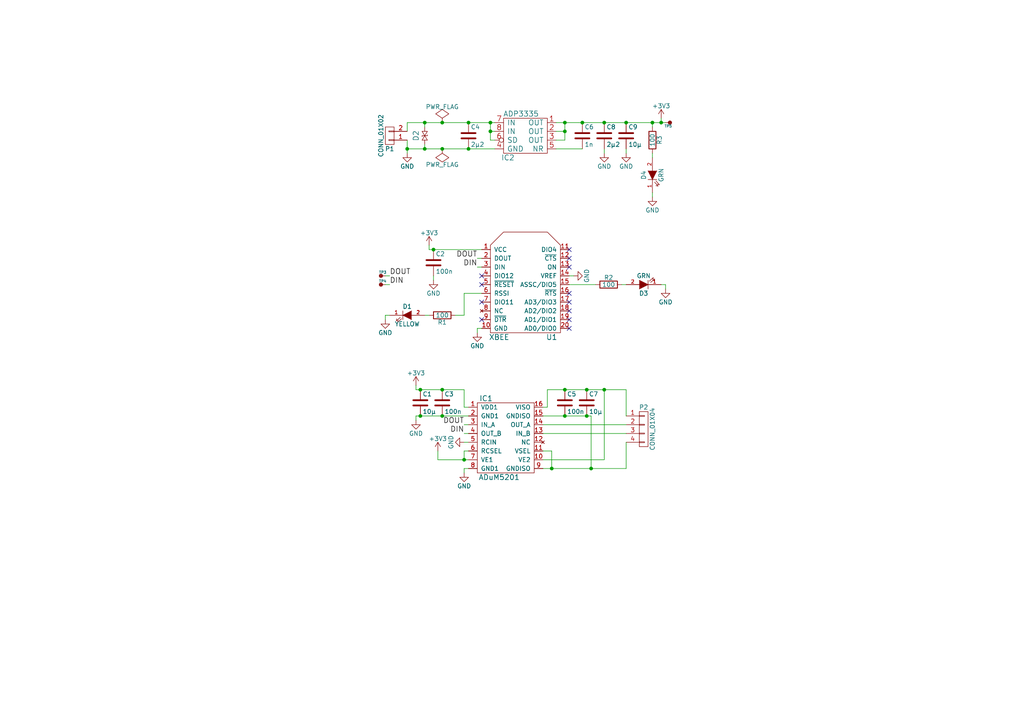
<source format=kicad_sch>
(kicad_sch (version 20230121) (generator eeschema)
  (paper "A4")
  (title_block (title "Martlet 2 Radio Link") (date "Sun 28 Jun 2015") (rev "1") (company "CU Spaceflight") (comment 1 "Drawn By: Adam Greig"))
  (lib_symbols
    (symbol "adp3335:ADP3335" (pin_names (offset 1.016))
      (property "Reference" "IC" (at -5.08 -7.62 0))
      (property "Value" "ADP3335" (at -1.27 5.08 0))
      (symbol "ADP3335_0_1"
        (rectangle (start -6.35 3.81) (end 6.35 -6.35))
      )
      (symbol "ADP3335_1_1"
        (pin power_out line (at 8.89 2.54 180) (length 2.54) (name "OUT") (number "1"))
        (pin passive line (at 8.89 0 180) (length 2.54) (name "OUT") (number "2"))
        (pin passive line (at 8.89 -2.54 180) (length 2.54) (name "OUT") (number "3"))
        (pin power_in line (at -8.89 -5.08 0) (length 2.54) (name "GND") (number "4"))
        (pin power_out line (at 8.89 -5.08 180) (length 2.54) (name "NR") (number "5"))
        (pin input inverted (at -8.89 -2.54 0) (length 2.54) (name "SD") (number "6"))
        (pin power_in line (at -8.89 2.54 0) (length 2.54) (name "IN") (number "7"))
        (pin power_in line (at -8.89 0 0) (length 2.54) (name "IN") (number "8"))
      )
    )
    (symbol "adum5201:ADuM5201" (pin_names (offset 1.016))
      (property "Reference" "IC" (at -5.08 10.16 0))
      (property "Value" "ADuM5201" (at -1.27 -12.7 0))
      (symbol "ADuM5201_0_1"
        (rectangle (start -7.62 8.89) (end 8.89 -11.43))
      )
      (symbol "ADuM5201_1_1"
        (pin power_in line (at -10.16 7.62 0) (length 2.54) (name "VDD1") (number "1"))
        (pin input line (at 11.43 -7.62 180) (length 2.54) (name "VE2") (number "10"))
        (pin input line (at 11.43 -5.08 180) (length 2.54) (name "VSEL") (number "11"))
        (pin no_connect line (at 11.43 -2.54 180) (length 2.54) (name "NC") (number "12"))
        (pin input line (at 11.43 0 180) (length 2.54) (name "IN_B") (number "13"))
        (pin output line (at 11.43 2.54 180) (length 2.54) (name "OUT_A") (number "14"))
        (pin power_out line (at 11.43 5.08 180) (length 2.54) (name "GNDISO") (number "15"))
        (pin power_out line (at 11.43 7.62 180) (length 2.54) (name "VISO") (number "16"))
        (pin power_in line (at -10.16 5.08 0) (length 2.54) (name "GND1") (number "2"))
        (pin input line (at -10.16 2.54 0) (length 2.54) (name "IN_A") (number "3"))
        (pin output line (at -10.16 0 0) (length 2.54) (name "OUT_B") (number "4"))
        (pin input line (at -10.16 -2.54 0) (length 2.54) (name "RCIN") (number "5"))
        (pin input line (at -10.16 -5.08 0) (length 2.54) (name "RCSEL") (number "6"))
        (pin input line (at -10.16 -7.62 0) (length 2.54) (name "VE1") (number "7"))
        (pin power_in line (at -10.16 -10.16 0) (length 2.54) (name "GND1") (number "8"))
        (pin passive line (at 11.43 -10.16 180) (length 2.54) (name "GNDISO") (number "9"))
      )
    )
    (symbol "cga0402mlc-12g:CGA0402MLC-12G" (pin_numbers hide) (pin_names (offset 0) hide)
      (property "Reference" "D" (at 2.54 -2.54 0))
      (symbol "CGA0402MLC-12G_0_1"
        (polyline (pts (xy 1.27 -0.762) (xy 2.54 0)))
        (polyline (pts (xy 1.27 0.762) (xy 1.27 -0.762)))
        (polyline (pts (xy 1.27 0.762) (xy 2.54 0)))
        (polyline (pts (xy 2.54 -0.762) (xy 2.794 -0.762)))
        (polyline (pts (xy 2.54 0.762) (xy 2.286 0.762)))
        (polyline (pts (xy 2.54 0.762) (xy 2.54 -0.762)))
        (polyline (pts (xy 3.81 -0.762) (xy 2.54 0)))
        (polyline (pts (xy 3.81 0.762) (xy 2.54 0)))
        (polyline (pts (xy 3.81 0.762) (xy 3.81 -0.762)))
      )
      (symbol "CGA0402MLC-12G_1_1"
        (pin passive line (at 0 0 0) (length 1.27) (name "1") (number "1"))
        (pin passive line (at 5.08 0 180) (length 1.27) (name "2") (number "2"))
      )
    )
    (symbol "m2rl-rescue:+3.3V" (power) (pin_names (offset 0))
      (property "Value" "+3.3V" (at 0 3.556 0))
      (symbol "+3.3V_0_1"
        (polyline (pts (xy -0.762 1.27) (xy 0 2.54)))
        (polyline (pts (xy 0 0) (xy 0 2.54)))
        (polyline (pts (xy 0 2.54) (xy 0.762 1.27)))
      )
      (symbol "+3.3V_1_1"
        (pin power_in line (at 0 0 90) (length 0) hide (name "+3V3") (number "1"))
      )
    )
    (symbol "m2rl-rescue:C" (pin_numbers hide) (pin_names (offset 0.254))
      (property "Reference" "C" (at 0.635 2.54 0))
      (property "Value" "C" (at 0.635 -2.54 0))
      (symbol "C_0_1"
        (polyline (pts (xy -2.032 -0.762) (xy 2.032 -0.762)) (stroke (width 0.508)))
        (polyline (pts (xy -2.032 0.762) (xy 2.032 0.762)) (stroke (width 0.508)))
      )
      (symbol "C_1_1"
        (pin passive line (at 0 3.81 270) (length 2.794) (name "~") (number "1"))
        (pin passive line (at 0 -3.81 90) (length 2.794) (name "~") (number "2"))
      )
    )
    (symbol "m2rl-rescue:CONN_01X02" (pin_names (offset 1.016) hide)
      (property "Reference" "P" (at 0 3.81 0))
      (property "Value" "CONN_01X02" (at 2.54 0 90))
      (symbol "CONN_01X02_0_1"
        (rectangle (start -1.27 -1.143) (end 0.254 -1.397))
        (rectangle (start -1.27 1.397) (end 0.254 1.143))
        (rectangle (start -1.27 2.54) (end 1.27 -2.54))
      )
      (symbol "CONN_01X02_1_1"
        (pin passive line (at -5.08 1.27 0) (length 3.81) (name "P1") (number "1"))
        (pin passive line (at -5.08 -1.27 0) (length 3.81) (name "P2") (number "2"))
      )
    )
    (symbol "m2rl-rescue:CONN_01X04" (pin_names (offset 1.016) hide)
      (property "Reference" "P" (at 0 6.35 0))
      (property "Value" "CONN_01X04" (at 2.54 0 90))
      (symbol "CONN_01X04_0_1"
        (rectangle (start -1.27 -3.683) (end 0.254 -3.937))
        (rectangle (start -1.27 -1.143) (end 0.254 -1.397))
        (rectangle (start -1.27 1.397) (end 0.254 1.143))
        (rectangle (start -1.27 3.937) (end 0.254 3.683))
        (rectangle (start -1.27 5.08) (end 1.27 -5.08))
      )
      (symbol "CONN_01X04_1_1"
        (pin passive line (at -5.08 3.81 0) (length 3.81) (name "P1") (number "1"))
        (pin passive line (at -5.08 1.27 0) (length 3.81) (name "P2") (number "2"))
        (pin passive line (at -5.08 -1.27 0) (length 3.81) (name "P3") (number "3"))
        (pin passive line (at -5.08 -3.81 0) (length 3.81) (name "P4") (number "4"))
      )
    )
    (symbol "m2rl-rescue:GND" (power) (pin_names (offset 0))
      (property "Value" "GND" (at 0 -3.81 0))
      (symbol "GND_0_1"
        (polyline (pts (xy 0 0) (xy 0 -1.27) (xy 1.27 -1.27) (xy 0 -2.54) (xy -1.27 -1.27) (xy 0 -1.27)))
      )
      (symbol "GND_1_1"
        (pin power_in line (at 0 0 270) (length 0) hide (name "GND") (number "1"))
      )
    )
    (symbol "m2rl-rescue:LED" (pin_names (offset 1.016) hide)
      (property "Reference" "D" (at 0 2.54 0))
      (property "Value" "LED" (at 0 -2.54 0))
      (symbol "LED_0_1"
        (polyline (pts (xy -1.27 1.27) (xy -1.27 -1.27)))
        (polyline (pts (xy -2.032 -0.635) (xy -3.175 -1.651) (xy -3.048 -1.016)))
        (polyline (pts (xy -1.651 -1.016) (xy -2.794 -2.032) (xy -2.667 -1.397)))
        (polyline (pts (xy 1.27 1.27) (xy -1.27 0) (xy 1.27 -1.27)) (fill (type outline)))
      )
      (symbol "LED_1_1"
        (pin passive line (at -5.08 0 0) (length 3.81) (name "K") (number "1"))
        (pin passive line (at 5.08 0 180) (length 3.81) (name "A") (number "2"))
      )
    )
    (symbol "m2rl-rescue:PWR_FLAG" (power) (pin_numbers hide) (pin_names (offset 0) hide)
      (property "Value" "PWR_FLAG" (at 0 4.572 0))
      (symbol "PWR_FLAG_0_0"
        (pin power_out line (at 0 0 90) (length 0) (name "pwr") (number "1"))
      )
      (symbol "PWR_FLAG_0_1"
        (polyline (pts (xy 0 0) (xy 0 1.27) (xy -1.905 2.54) (xy 0 3.81) (xy 1.905 2.54) (xy 0 1.27)))
      )
    )
    (symbol "m2rl-rescue:R" (pin_numbers hide) (pin_names (offset 0))
      (property "Reference" "R" (at 2.032 0 90))
      (property "Value" "R" (at 0 0 90))
      (symbol "R_0_1"
        (rectangle (start -1.016 -2.54) (end 1.016 2.54) (stroke (width 0.254)))
      )
      (symbol "R_1_1"
        (pin passive line (at 0 3.81 270) (length 1.27) (name "~") (number "1"))
        (pin passive line (at 0 -3.81 90) (length 1.27) (name "~") (number "2"))
      )
    )
    (symbol "testpad:TESTPAD" (pin_numbers hide) (pin_names (offset 1.016) hide)
      (property "Reference" "TP" (at 0.762 -1.016 0))
      (symbol "TESTPAD_0_1"
        (circle (center 1.27 0) (radius 0.127))
        (circle (center 1.27 0) (radius 0.254))
        (circle (center 1.27 0) (radius 0.381))
        (circle (center 1.27 0) (radius 0.508))
      )
      (symbol "TESTPAD_1_1"
        (pin input line (at 0 0 0) (length 1.27) (name "TP") (number "1"))
      )
    )
    (symbol "xbee:XBEE" (pin_names (offset 1.016))
      (property "Reference" "U" (at 20.32 -25.4 0))
      (property "Value" "XBEE" (at 5.08 -25.4 0))
      (symbol "XBEE_0_1"
        (polyline (pts (xy 2.54 -24.13) (xy 22.86 -24.13) (xy 22.86 1.27) (xy 19.05 5.08) (xy 6.35 5.08) (xy 2.54 1.27) (xy 2.54 -24.13)))
      )
      (symbol "XBEE_1_1"
        (pin power_in line (at 0 0 0) (length 2.54) (name "VCC") (number "1"))
        (pin power_in line (at 0 -22.86 0) (length 2.54) (name "GND") (number "10"))
        (pin bidirectional line (at 25.4 0 180) (length 2.54) (name "DIO4") (number "11"))
        (pin output line (at 25.4 -2.54 180) (length 2.54) (name "~{CTS}") (number "12"))
        (pin output line (at 25.4 -5.08 180) (length 2.54) (name "ON") (number "13"))
        (pin input line (at 25.4 -7.62 180) (length 2.54) (name "VREF") (number "14"))
        (pin output line (at 25.4 -10.16 180) (length 2.54) (name "ASSC/DIO5") (number "15"))
        (pin input line (at 25.4 -12.7 180) (length 2.54) (name "~{RTS}") (number "16"))
        (pin bidirectional line (at 25.4 -15.24 180) (length 2.54) (name "AD3/DIO3") (number "17"))
        (pin bidirectional line (at 25.4 -17.78 180) (length 2.54) (name "AD2/DIO2") (number "18"))
        (pin bidirectional line (at 25.4 -20.32 180) (length 2.54) (name "AD1/DIO1") (number "19"))
        (pin output line (at 0 -2.54 0) (length 2.54) (name "DOUT") (number "2"))
        (pin bidirectional line (at 25.4 -22.86 180) (length 2.54) (name "AD0/DIO0") (number "20"))
        (pin input line (at 0 -5.08 0) (length 2.54) (name "DIN") (number "3"))
        (pin bidirectional line (at 0 -7.62 0) (length 2.54) (name "DIO12") (number "4"))
        (pin input line (at 0 -10.16 0) (length 2.54) (name "~{RESET}") (number "5"))
        (pin output line (at 0 -12.7 0) (length 2.54) (name "RSSI") (number "6"))
        (pin bidirectional line (at 0 -15.24 0) (length 2.54) (name "DIO11") (number "7"))
        (pin no_connect line (at 0 -17.78 0) (length 2.54) (name "NC") (number "8"))
        (pin input line (at 0 -20.32 0) (length 2.54) (name "~{DTR}") (number "9"))
      )
    )
  )
  (junction (at 135.89 35.56))
  (junction (at 128.27 120.65))
  (junction (at 123.19 35.56))
  (junction (at 118.11 43.18))
  (junction (at 170.18 113.03))
  (junction (at 168.91 35.56))
  (junction (at 128.27 113.03))
  (junction (at 171.45 135.89))
  (junction (at 125.73 72.39))
  (junction (at 181.61 35.56))
  (junction (at 123.19 43.18))
  (junction (at 121.92 113.03))
  (junction (at 163.83 113.03))
  (junction (at 121.92 120.65))
  (junction (at 175.26 35.56))
  (junction (at 163.83 38.1))
  (junction (at 134.62 133.35))
  (junction (at 128.27 35.56))
  (junction (at 135.89 43.18))
  (junction (at 189.23 35.56))
  (junction (at 175.26 113.03))
  (junction (at 142.24 38.1))
  (junction (at 191.77 35.56))
  (junction (at 142.24 35.56))
  (junction (at 160.02 135.89))
  (junction (at 163.83 120.65))
  (junction (at 128.27 43.18))
  (junction (at 163.83 35.56))
  (junction (at 170.18 120.65))
  (no_connect (at 165.1 87.63))
  (no_connect (at 139.7 92.71))
  (no_connect (at 139.7 80.01))
  (no_connect (at 139.7 87.63))
  (no_connect (at 165.1 85.09))
  (no_connect (at 165.1 90.17))
  (no_connect (at 165.1 72.39))
  (no_connect (at 165.1 95.25))
  (no_connect (at 165.1 77.47))
  (no_connect (at 165.1 74.93))
  (no_connect (at 139.7 82.55))
  (no_connect (at 165.1 92.71))
  (wire (pts (xy 165.1 80.01) (xy 166.37 80.01)))
  (wire (pts (xy 161.29 35.56) (xy 163.83 35.56)))
  (wire (pts (xy 128.27 120.65) (xy 135.89 120.65)))
  (wire (pts (xy 157.48 120.65) (xy 163.83 120.65)))
  (wire (pts (xy 163.83 40.64) (xy 163.83 38.1)))
  (wire (pts (xy 175.26 43.18) (xy 175.26 44.45)))
  (wire (pts (xy 120.65 113.03) (xy 121.92 113.03)))
  (wire (pts (xy 171.45 135.89) (xy 181.61 135.89)))
  (wire (pts (xy 118.11 35.56) (xy 123.19 35.56)))
  (wire (pts (xy 124.46 91.44) (xy 123.19 91.44)))
  (wire (pts (xy 191.77 35.56) (xy 191.77 34.29)))
  (wire (pts (xy 157.48 123.19) (xy 181.61 123.19)))
  (wire (pts (xy 118.11 40.64) (xy 118.11 43.18)))
  (wire (pts (xy 168.91 35.56) (xy 175.26 35.56)))
  (wire (pts (xy 135.89 123.19) (xy 134.62 123.19)))
  (wire (pts (xy 161.29 40.64) (xy 163.83 40.64)))
  (wire (pts (xy 123.19 41.91) (xy 123.19 43.18)))
  (wire (pts (xy 121.92 120.65) (xy 128.27 120.65)))
  (wire (pts (xy 139.7 95.25) (xy 138.43 95.25)))
  (wire (pts (xy 111.76 91.44) (xy 111.76 92.71)))
  (wire (pts (xy 120.65 120.65) (xy 121.92 120.65)))
  (wire (pts (xy 160.02 130.81) (xy 160.02 135.89)))
  (wire (pts (xy 157.48 133.35) (xy 175.26 133.35)))
  (wire (pts (xy 135.89 130.81) (xy 134.62 130.81)))
  (wire (pts (xy 135.89 133.35) (xy 134.62 133.35)))
  (wire (pts (xy 163.83 38.1) (xy 163.83 35.56)))
  (wire (pts (xy 135.89 43.18) (xy 143.51 43.18)))
  (wire (pts (xy 118.11 35.56) (xy 118.11 38.1)))
  (wire (pts (xy 134.62 85.09) (xy 134.62 91.44)))
  (wire (pts (xy 124.46 71.12) (xy 124.46 72.39)))
  (wire (pts (xy 163.83 113.03) (xy 170.18 113.03)))
  (wire (pts (xy 134.62 135.89) (xy 134.62 137.16)))
  (wire (pts (xy 193.04 82.55) (xy 193.04 83.82)))
  (wire (pts (xy 161.29 43.18) (xy 168.91 43.18)))
  (wire (pts (xy 163.83 35.56) (xy 168.91 35.56)))
  (wire (pts (xy 139.7 85.09) (xy 134.62 85.09)))
  (wire (pts (xy 142.24 35.56) (xy 143.51 35.56)))
  (wire (pts (xy 158.75 118.11) (xy 158.75 113.03)))
  (wire (pts (xy 189.23 55.88) (xy 189.23 57.15)))
  (wire (pts (xy 138.43 95.25) (xy 138.43 96.52)))
  (wire (pts (xy 124.46 72.39) (xy 125.73 72.39)))
  (wire (pts (xy 163.83 120.65) (xy 170.18 120.65)))
  (wire (pts (xy 160.02 135.89) (xy 171.45 135.89)))
  (wire (pts (xy 120.65 120.65) (xy 120.65 121.92)))
  (wire (pts (xy 175.26 113.03) (xy 181.61 113.03)))
  (wire (pts (xy 139.7 77.47) (xy 138.43 77.47)))
  (wire (pts (xy 161.29 38.1) (xy 163.83 38.1)))
  (wire (pts (xy 158.75 113.03) (xy 163.83 113.03)))
  (wire (pts (xy 127 133.35) (xy 127 130.81)))
  (wire (pts (xy 142.24 40.64) (xy 143.51 40.64)))
  (wire (pts (xy 123.19 43.18) (xy 128.27 43.18)))
  (wire (pts (xy 157.48 135.89) (xy 160.02 135.89)))
  (wire (pts (xy 121.92 113.03) (xy 128.27 113.03)))
  (wire (pts (xy 139.7 74.93) (xy 138.43 74.93)))
  (wire (pts (xy 181.61 135.89) (xy 181.61 128.27)))
  (wire (pts (xy 118.11 43.18) (xy 123.19 43.18)))
  (wire (pts (xy 165.1 82.55) (xy 172.72 82.55)))
  (wire (pts (xy 181.61 43.18) (xy 181.61 44.45)))
  (wire (pts (xy 134.62 91.44) (xy 132.08 91.44)))
  (wire (pts (xy 157.48 130.81) (xy 160.02 130.81)))
  (wire (pts (xy 128.27 113.03) (xy 134.62 113.03)))
  (wire (pts (xy 134.62 118.11) (xy 135.89 118.11)))
  (wire (pts (xy 113.03 80.01) (xy 111.76 80.01)))
  (wire (pts (xy 157.48 125.73) (xy 181.61 125.73)))
  (wire (pts (xy 181.61 35.56) (xy 189.23 35.56)))
  (wire (pts (xy 134.62 133.35) (xy 127 133.35)))
  (wire (pts (xy 170.18 120.65) (xy 171.45 120.65)))
  (wire (pts (xy 113.03 91.44) (xy 111.76 91.44)))
  (wire (pts (xy 135.89 35.56) (xy 142.24 35.56)))
  (wire (pts (xy 191.77 82.55) (xy 193.04 82.55)))
  (wire (pts (xy 134.62 130.81) (xy 134.62 133.35)))
  (wire (pts (xy 189.23 35.56) (xy 191.77 35.56)))
  (wire (pts (xy 135.89 135.89) (xy 134.62 135.89)))
  (wire (pts (xy 123.19 35.56) (xy 128.27 35.56)))
  (wire (pts (xy 171.45 120.65) (xy 171.45 135.89)))
  (wire (pts (xy 125.73 72.39) (xy 139.7 72.39)))
  (wire (pts (xy 189.23 35.56) (xy 189.23 36.83)))
  (wire (pts (xy 175.26 133.35) (xy 175.26 113.03)))
  (wire (pts (xy 123.19 36.83) (xy 123.19 35.56)))
  (wire (pts (xy 142.24 35.56) (xy 142.24 38.1)))
  (wire (pts (xy 125.73 80.01) (xy 125.73 81.28)))
  (wire (pts (xy 111.76 82.55) (xy 113.03 82.55)))
  (wire (pts (xy 170.18 113.03) (xy 175.26 113.03)))
  (wire (pts (xy 175.26 35.56) (xy 181.61 35.56)))
  (wire (pts (xy 120.65 111.76) (xy 120.65 113.03)))
  (wire (pts (xy 181.61 113.03) (xy 181.61 120.65)))
  (wire (pts (xy 142.24 38.1) (xy 142.24 40.64)))
  (wire (pts (xy 128.27 35.56) (xy 135.89 35.56)))
  (wire (pts (xy 189.23 44.45) (xy 189.23 45.72)))
  (wire (pts (xy 128.27 43.18) (xy 135.89 43.18)))
  (wire (pts (xy 135.89 125.73) (xy 134.62 125.73)))
  (wire (pts (xy 157.48 118.11) (xy 158.75 118.11)))
  (wire (pts (xy 134.62 113.03) (xy 134.62 118.11)))
  (wire (pts (xy 118.11 43.18) (xy 118.11 44.45)))
  (wire (pts (xy 191.77 35.56) (xy 193.04 35.56)))
  (wire (pts (xy 180.34 82.55) (xy 181.61 82.55)))
  (wire (pts (xy 134.62 128.27) (xy 135.89 128.27)))
  (wire (pts (xy 143.51 38.1) (xy 142.24 38.1)))
  (label "DIN" (at 134.62 125.73 180) (effects (font (size 1.524 1.524))))
  (label "DOUT" (at 134.62 123.19 180) (effects (font (size 1.524 1.524))))
  (label "DIN" (at 113.03 82.55 0) (effects (font (size 1.524 1.524))))
  (label "DOUT" (at 138.43 74.93 180) (effects (font (size 1.524 1.524))))
  (label "DOUT" (at 113.03 80.01 0) (effects (font (size 1.524 1.524))))
  (label "DIN" (at 138.43 77.47 180) (effects (font (size 1.524 1.524))))
  (symbol (lib_id "xbee:XBEE") (at 139.7 72.39 0) (unit 1)
    (property "Reference" "U1" (at 160.02 97.79 0) (effects (font (size 1.524 1.524))))
    (property "Value" "XBEE" (at 144.78 97.79 0) (effects (font (size 1.524 1.524))))
    (property "Footprint" "m2rl:XBEE" (effects hide))
    (property "Farnell" "1109732" (effects hide))
  )
  (symbol (lib_id "m2rl-rescue:CONN_01X04") (at 186.69 124.46 0) (unit 1)
    (property "Reference" "P2" (at 186.69 118.11 0))
    (property "Value" "CONN_01X04" (at 189.23 124.46 90))
    (property "Footprint" "m2rl:S04B-PASK-2" (effects hide))
    (property "Farnell" "1830749" (effects hide))
  )
  (symbol (lib_id "m2rl-rescue:CONN_01X02") (at 113.03 39.37 180) (unit 1)
    (property "Reference" "P1" (at 113.03 43.18 0))
    (property "Value" "CONN_01X02" (at 110.49 39.37 90))
    (property "Footprint" "m2rl:S02B-PASK-2" (effects hide))
    (property "Farnell" "1830747" (effects hide))
  )
  (symbol (lib_id "adum5201:ADuM5201") (at 146.05 125.73 0) (unit 1)
    (property "Reference" "IC1" (at 140.97 115.57 0) (effects (font (size 1.524 1.524))))
    (property "Value" "ADuM5201" (at 144.78 138.43 0) (effects (font (size 1.524 1.524))))
    (property "Footprint" "m2rl:SOIC16W" (effects hide))
    (property "Farnell" "2067773" (effects hide))
  )
  (symbol (lib_id "m2rl-rescue:LED") (at 189.23 50.8 90) (unit 1)
    (property "Reference" "D4" (at 186.69 50.8 0))
    (property "Value" "GRN" (at 191.77 50.8 0))
    (property "Footprint" "m2rl:LED0603" (effects hide))
    (property "Farnell" "2290328" (effects hide))
  )
  (symbol (lib_id "adp3335:ADP3335") (at 152.4 38.1 0) (unit 1)
    (property "Reference" "IC2" (at 147.32 45.72 0) (effects (font (size 1.524 1.524))))
    (property "Value" "ADP3335" (at 151.13 33.02 0) (effects (font (size 1.524 1.524))))
    (property "Footprint" "m2rl:MSOP8" (effects hide))
    (property "Farnell" "2067775" (effects hide))
  )
  (symbol (lib_id "m2rl-rescue:C") (at 135.89 39.37 0) (unit 1)
    (property "Reference" "C4" (at 136.525 36.83 0) (effects (justify left)))
    (property "Value" "2µ2" (at 136.525 41.91 0) (effects (justify left)))
    (property "Footprint" "m2rl:C0603" (effects hide))
    (property "Farnell" "2320817" (effects hide))
  )
  (symbol (lib_id "m2rl-rescue:R") (at 189.23 40.64 0) (unit 1)
    (property "Reference" "R3" (at 191.262 40.64 90))
    (property "Value" "100" (at 189.23 40.64 90))
    (property "Footprint" "m2rl:R0603" (effects hide))
    (property "Farnell" "2331989" (effects hide))
  )
  (symbol (lib_id "cga0402mlc-12g:CGA0402MLC-12G") (at 123.19 36.83 270) (unit 1)
    (property "Reference" "D2" (at 120.65 39.37 0) (effects (font (size 1.524 1.524))))
    (property "Value" "CGA0402MLC-12G" (effects hide))
    (property "Footprint" "m2rl:R0402" (effects hide))
    (property "Farnell" "2368169" (effects hide))
  )
  (symbol (lib_id "m2rl-rescue:GND") (at 118.11 44.45 0) (unit 1)
    (property "Reference" "#PWR01" (effects hide))
    (property "Value" "GND" (at 118.11 48.26 0))
  )
  (symbol (lib_id "m2rl-rescue:+3.3V") (at 191.77 34.29 0) (unit 1)
    (property "Reference" "#PWR02" (effects hide))
    (property "Value" "+3.3V" (at 191.77 30.734 0))
  )
  (symbol (lib_id "m2rl-rescue:C") (at 128.27 116.84 0) (unit 1)
    (property "Reference" "C3" (at 128.905 114.3 0) (effects (justify left)))
    (property "Value" "100n" (at 128.905 119.38 0) (effects (justify left)))
    (property "Footprint" "m2rl:C0603" (effects hide))
    (property "Farnell" "1759037" (effects hide))
  )
  (symbol (lib_id "m2rl-rescue:C") (at 121.92 116.84 0) (unit 1)
    (property "Reference" "C1" (at 122.555 114.3 0) (effects (justify left)))
    (property "Value" "10µ" (at 122.555 119.38 0) (effects (justify left)))
    (property "Footprint" "m2rl:C0603" (effects hide))
    (property "Farnell" "2211164" (effects hide))
  )
  (symbol (lib_id "m2rl-rescue:C") (at 163.83 116.84 0) (unit 1)
    (property "Reference" "C5" (at 164.465 114.3 0) (effects (justify left)))
    (property "Value" "100n" (at 164.465 119.38 0) (effects (justify left)))
    (property "Footprint" "m2rl:C0603" (effects hide))
    (property "Farnell" "1759037" (effects hide))
  )
  (symbol (lib_id "m2rl-rescue:C") (at 170.18 116.84 0) (unit 1)
    (property "Reference" "C7" (at 170.815 114.3 0) (effects (justify left)))
    (property "Value" "10µ" (at 170.815 119.38 0) (effects (justify left)))
    (property "Footprint" "m2rl:C0603" (effects hide))
    (property "Farnell" "2211164" (effects hide))
  )
  (symbol (lib_id "m2rl-rescue:C") (at 125.73 76.2 0) (unit 1)
    (property "Reference" "C2" (at 126.365 73.66 0) (effects (justify left)))
    (property "Value" "100n" (at 126.365 78.74 0) (effects (justify left)))
    (property "Footprint" "m2rl:C0603" (effects hide))
    (property "Farnell" "1759037" (effects hide))
  )
  (symbol (lib_id "m2rl-rescue:C") (at 168.91 39.37 0) (unit 1)
    (property "Reference" "C6" (at 169.545 36.83 0) (effects (justify left)))
    (property "Value" "1n" (at 169.545 41.91 0) (effects (justify left)))
    (property "Footprint" "m2rl:C0603" (effects hide))
    (property "Farnell" "1414605" (effects hide))
  )
  (symbol (lib_id "m2rl-rescue:C") (at 175.26 39.37 0) (unit 1)
    (property "Reference" "C8" (at 175.895 36.83 0) (effects (justify left)))
    (property "Value" "2µ2" (at 175.895 41.91 0) (effects (justify left)))
    (property "Footprint" "m2rl:C0603" (effects hide))
    (property "Farnell" "2320817" (effects hide))
  )
  (symbol (lib_id "m2rl-rescue:C") (at 181.61 39.37 0) (unit 1)
    (property "Reference" "C9" (at 182.245 36.83 0) (effects (justify left)))
    (property "Value" "10µ" (at 182.245 41.91 0) (effects (justify left)))
    (property "Footprint" "m2rl:C0603" (effects hide))
    (property "Farnell" "2211164" (effects hide))
  )
  (symbol (lib_id "m2rl-rescue:PWR_FLAG") (at 128.27 35.56 0) (unit 1)
    (property "Reference" "#FLG03" (effects hide))
    (property "Value" "PWR_FLAG" (at 128.27 30.988 0))
  )
  (symbol (lib_id "m2rl-rescue:PWR_FLAG") (at 128.27 43.18 180) (unit 1)
    (property "Reference" "#FLG04" (effects hide))
    (property "Value" "PWR_FLAG" (at 128.27 47.752 0))
  )
  (symbol (lib_id "m2rl-rescue:GND") (at 175.26 44.45 0) (unit 1)
    (property "Reference" "#PWR05" (effects hide))
    (property "Value" "GND" (at 175.26 48.26 0))
  )
  (symbol (lib_id "m2rl-rescue:GND") (at 181.61 44.45 0) (unit 1)
    (property "Reference" "#PWR06" (effects hide))
    (property "Value" "GND" (at 181.61 48.26 0))
  )
  (symbol (lib_id "m2rl-rescue:GND") (at 189.23 57.15 0) (unit 1)
    (property "Reference" "#PWR07" (effects hide))
    (property "Value" "GND" (at 189.23 60.96 0))
  )
  (symbol (lib_id "m2rl-rescue:GND") (at 125.73 81.28 0) (unit 1)
    (property "Reference" "#PWR08" (effects hide))
    (property "Value" "GND" (at 125.73 85.09 0))
  )
  (symbol (lib_id "m2rl-rescue:GND") (at 138.43 96.52 0) (unit 1)
    (property "Reference" "#PWR09" (effects hide))
    (property "Value" "GND" (at 138.43 100.33 0))
  )
  (symbol (lib_id "m2rl-rescue:GND") (at 166.37 80.01 90) (unit 1)
    (property "Reference" "#PWR010" (effects hide))
    (property "Value" "GND" (at 170.18 80.01 0))
  )
  (symbol (lib_id "m2rl-rescue:GND") (at 193.04 83.82 0) (unit 1)
    (property "Reference" "#PWR011" (effects hide))
    (property "Value" "GND" (at 193.04 87.63 0))
  )
  (symbol (lib_id "m2rl-rescue:+3.3V") (at 124.46 71.12 0) (unit 1)
    (property "Reference" "#PWR012" (effects hide))
    (property "Value" "+3.3V" (at 124.46 67.564 0))
  )
  (symbol (lib_id "m2rl-rescue:+3.3V") (at 120.65 111.76 0) (unit 1)
    (property "Reference" "#PWR013" (effects hide))
    (property "Value" "+3.3V" (at 120.65 108.204 0))
  )
  (symbol (lib_id "m2rl-rescue:GND") (at 120.65 121.92 0) (unit 1)
    (property "Reference" "#PWR014" (effects hide))
    (property "Value" "GND" (at 120.65 125.73 0))
  )
  (symbol (lib_id "m2rl-rescue:GND") (at 134.62 128.27 270) (unit 1)
    (property "Reference" "#PWR015" (effects hide))
    (property "Value" "GND" (at 130.81 128.27 0))
  )
  (symbol (lib_id "m2rl-rescue:+3.3V") (at 127 130.81 0) (unit 1)
    (property "Reference" "#PWR016" (effects hide))
    (property "Value" "+3.3V" (at 127 127.254 0))
  )
  (symbol (lib_id "m2rl-rescue:GND") (at 134.62 137.16 0) (unit 1)
    (property "Reference" "#PWR017" (effects hide))
    (property "Value" "GND" (at 134.62 140.97 0))
  )
  (symbol (lib_id "m2rl-rescue:LED") (at 118.11 91.44 0) (unit 1)
    (property "Reference" "D1" (at 118.11 88.9 0))
    (property "Value" "YELLOW" (at 118.11 93.98 0))
    (property "Footprint" "m2rl:LED0603" (effects hide))
    (property "Farnell" "2290330" (effects hide))
  )
  (symbol (lib_id "m2rl-rescue:GND") (at 111.76 92.71 0) (unit 1)
    (property "Reference" "#PWR018" (effects hide))
    (property "Value" "GND" (at 111.76 96.52 0))
  )
  (symbol (lib_id "m2rl-rescue:LED") (at 186.69 82.55 180) (unit 1)
    (property "Reference" "D3" (at 186.69 85.09 0))
    (property "Value" "GRN" (at 186.69 80.01 0))
    (property "Footprint" "m2rl:LED0603" (effects hide))
    (property "Farnell" "2290328" (effects hide))
  )
  (symbol (lib_id "m2rl-rescue:R") (at 176.53 82.55 90) (unit 1)
    (property "Reference" "R2" (at 176.53 80.518 90))
    (property "Value" "100" (at 176.53 82.55 90))
    (property "Footprint" "m2rl:R0603" (effects hide))
    (property "Farnell" "2331989" (effects hide))
  )
  (symbol (lib_id "m2rl-rescue:R") (at 128.27 91.44 270) (unit 1)
    (property "Reference" "R1" (at 128.27 93.472 90))
    (property "Value" "100" (at 128.27 91.44 90))
    (property "Footprint" "m2rl:R0603" (effects hide))
    (property "Farnell" "2331989" (effects hide))
  )
  (symbol (lib_id "testpad:TESTPAD") (at 193.04 35.56 0) (unit 1)
    (property "Reference" "TP5" (at 193.802 36.576 0) (effects (font (size 0.762 0.762))))
    (property "Value" "TESTPAD" (effects hide))
    (property "Footprint" "m2rl:TESTPAD" (effects hide))
  )
  (symbol (lib_id "testpad:TESTPAD") (at 111.76 80.01 180) (unit 1)
    (property "Reference" "TP3" (at 110.998 78.994 0) (effects (font (size 0.762 0.762))))
    (property "Value" "TESTPAD" (effects hide))
    (property "Footprint" "m2rl:TESTPAD" (effects hide))
  )
  (symbol (lib_id "testpad:TESTPAD") (at 111.76 82.55 180) (unit 1)
    (property "Reference" "TP4" (at 110.998 81.534 0) (effects (font (size 0.762 0.762))))
    (property "Value" "TESTPAD" (effects hide))
    (property "Footprint" "m2rl:TESTPAD" (effects hide))
  )
)
</source>
